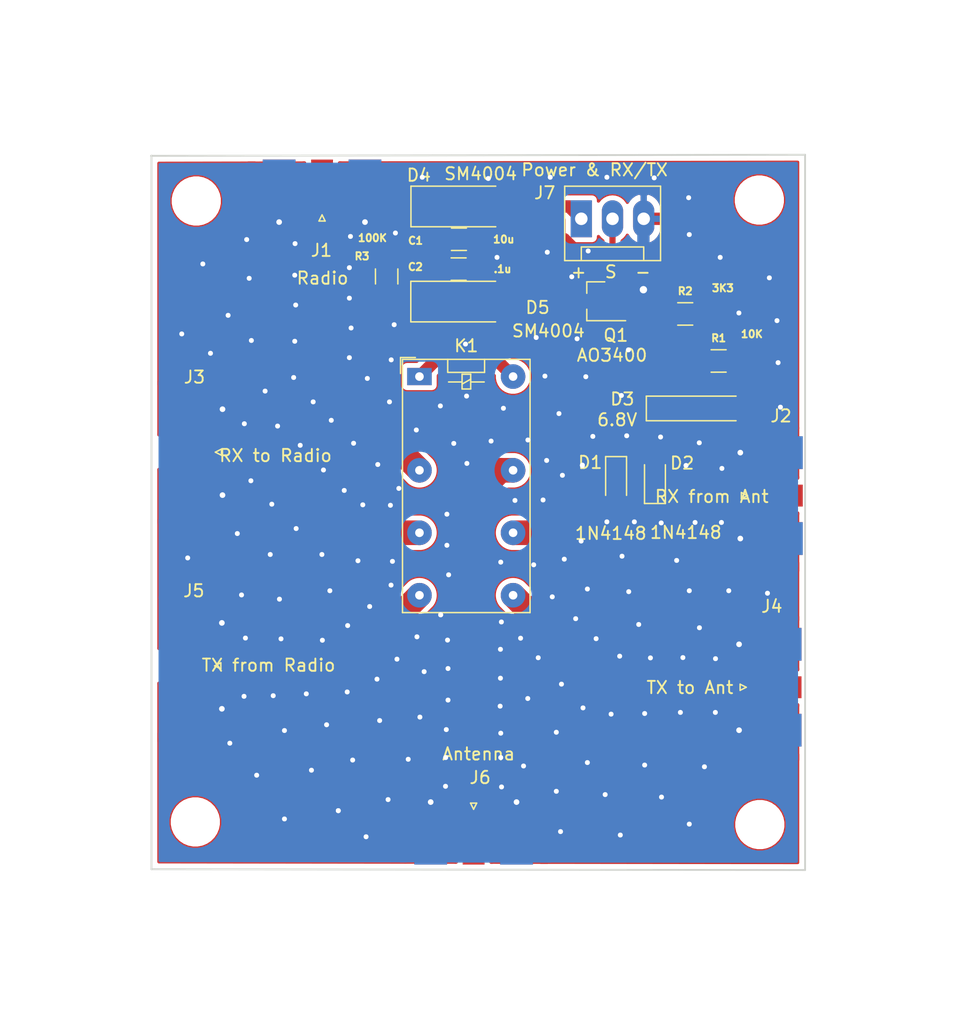
<source format=kicad_pcb>
(kicad_pcb (version 20171130) (host pcbnew "(5.1.12)-1")
  (layers (0 F.Cu signal) (31 B.Cu signal) (34 B.Paste user) (35 F.Paste user) (36 B.SilkS user) (37 F.SilkS user) (38 B.Mask user) (39 F.Mask user) (44 Edge.Cuts user))
  (net 0 "")
  (net 1 "Net-(D1-Pad2)")
  (net 2 GNDREF)
  (net 3 "Net-(D3-Pad1)")
  (net 4 /13V)
  (net 5 "Net-(D5-Pad2)")
  (net 6 "Net-(J1-Pad1)")
  (net 7 "Net-(J3-Pad1)")
  (net 8 "Net-(J4-Pad1)")
  (net 9 "Net-(J5-Pad1)")
  (net 10 "Net-(J6-Pad1)")
  (net 11 "Net-(J7-Pad2)")
  (net 12 "Net-(C1-Pad1)")
  (module Connector_Coaxial:SMA_Molex_73251-2120_EdgeMount_Horizontal (layer F.Cu) (at 198.7677 94.5007)
    (fp_text reference J4 (at -0.3175 -6.5786) (layer F.SilkS))
    (fp_text value "TX to Ant" (at -6.985 0.0254) (layer F.SilkS))
    (fp_line (start -2.4 0) (end -2.9 -0.25) (layer F.SilkS) (width 0.12))
    (fp_line (start -2.9 -0.25) (end -2.9 0.25) (layer F.SilkS) (width 0.12))
    (fp_line (start -2.9 0.25) (end -2.4 0) (layer F.SilkS) (width 0.12))
    (pad 2 smd rect (at -2.54 3.4925) (size 0.89 0.46) (layers B.Cu) (net 2 GNDREF))
    (pad 2 thru_hole circle (at -2.985 3.4925) (size 0.97 0.97) (drill 0.46) (layers *.Cu) (net 2 GNDREF))
    (pad 2 smd rect (at -2.54 3.4925) (size 0.89 0.46) (layers F.Cu) (net 2 GNDREF))
    (pad 2 smd rect (at 0 -3.4925) (size 4.19 2.665) (layers B.Cu B.Paste B.Mask) (net 2 GNDREF))
    (pad 2 smd rect (at 0 -3.4925) (size 4.19 2.665) (layers F.Cu F.Paste F.Mask) (net 2 GNDREF))
    (pad 2 smd rect (at 0 3.4925) (size 4.19 2.665) (layers B.Cu B.Paste B.Mask) (net 2 GNDREF))
    (pad 1 smd rect (at 0 0) (size 4.19 1.78) (layers F.Cu F.Paste F.Mask) (net 8 "Net-(J4-Pad1)"))
    (pad 2 smd rect (at 0 3.4925) (size 4.19 2.665) (layers F.Cu F.Paste F.Mask) (net 2 GNDREF))
    (pad 2 thru_hole circle (at -2.985 -3.4925) (size 0.97 0.97) (drill 0.46) (layers *.Cu) (net 2 GNDREF))
    (pad 2 smd rect (at -2.54 -3.4925) (size 0.89 0.46) (layers F.Cu) (net 2 GNDREF))
    (pad 2 smd rect (at -2.54 -3.4925) (size 0.89 0.46) (layers B.Cu) (net 2 GNDREF))
  )
  (module WC8C:SMD_Combo_1206_0805 (layer F.Cu) (at 167.1066 61.0997 270)
    (fp_text reference R3 (at -1.6383 2.0066 180) (layer F.SilkS) (effects (font (size 0.6 0.6))))
    (fp_text value 100K (at -3.1242 1.1557 180) (layer F.SilkS) (effects (font (size 0.6 0.6))))
    (fp_line (start -0.6096 0.9144) (end 0.6096 0.91) (layer F.SilkS) (width 0.12))
    (fp_line (start -0.6096 -0.91) (end 0.6096 -0.91) (layer F.SilkS) (width 0.12))
    (pad 1 smd roundrect (at -1.3625 0 270) (size 1.725 1.8) (layers F.Cu F.Paste F.Mask) (roundrect_rratio 0.189) (net 12 "Net-(C1-Pad1)"))
    (pad 2 smd roundrect (at 1.3625 0 270) (size 1.725 1.8) (layers F.Cu F.Paste F.Mask) (roundrect_rratio 0.189) (net 2 GNDREF))
  )
  (module WC8C:SMD_Combo_1206_0805 (layer F.Cu) (at 172.9613 60.5028)
    (fp_text reference C2 (at -3.5179 -0.1778) (layer F.SilkS) (effects (font (size 0.6 0.6))))
    (fp_text value .1u (at 3.5687 0) (layer F.SilkS) (effects (font (size 0.6 0.6))))
    (fp_line (start -0.6096 0.9144) (end 0.6096 0.91) (layer F.SilkS) (width 0.12))
    (fp_line (start -0.6096 -0.91) (end 0.6096 -0.91) (layer F.SilkS) (width 0.12))
    (pad 1 smd roundrect (at -1.3625 0) (size 1.725 1.8) (layers F.Cu F.Paste F.Mask) (roundrect_rratio 0.189) (net 12 "Net-(C1-Pad1)"))
    (pad 2 smd roundrect (at 1.3625 0) (size 1.725 1.8) (layers F.Cu F.Paste F.Mask) (roundrect_rratio 0.189) (net 2 GNDREF))
  )
  (module WC8C:SMD_Combo_1206_0805 (layer F.Cu) (at 172.9867 58.0771)
    (fp_text reference C1 (at -3.5306 0.1143) (layer F.SilkS) (effects (font (size 0.6 0.6))))
    (fp_text value 10u (at 3.6449 0.0127) (layer F.SilkS) (effects (font (size 0.6 0.6))))
    (fp_line (start -0.6096 0.9144) (end 0.6096 0.91) (layer F.SilkS) (width 0.12))
    (fp_line (start -0.6096 -0.91) (end 0.6096 -0.91) (layer F.SilkS) (width 0.12))
    (pad 1 smd roundrect (at -1.3625 0) (size 1.725 1.8) (layers F.Cu F.Paste F.Mask) (roundrect_rratio 0.189) (net 12 "Net-(C1-Pad1)"))
    (pad 2 smd roundrect (at 1.3625 0) (size 1.725 1.8) (layers F.Cu F.Paste F.Mask) (roundrect_rratio 0.189) (net 2 GNDREF))
  )
  (module MountingHole:MountingHole_3.2mm_M3 (layer F.Cu) (at 197.4723 105.664)
    (fp_text reference " " (at 0 -4.2) (layer F.SilkS))
    (fp_text value " ")
    (pad 1 np_thru_hole circle (at 0 0) (size 3.2 3.2) (drill 3.2) (layers *.Cu *.Mask))
  )
  (module MountingHole:MountingHole_3.2mm_M3 (layer F.Cu) (at 151.5364 105.4481)
    (fp_text reference " " (at 0 -4.2) (layer F.SilkS))
    (fp_text value " ")
    (pad 1 np_thru_hole circle (at 0 0) (size 3.2 3.2) (drill 3.2) (layers *.Cu *.Mask))
  )
  (module MountingHole:MountingHole_3.2mm_M3 (layer F.Cu) (at 197.4342 54.8894)
    (fp_text reference " " (at 0 -4.2) (layer F.SilkS))
    (fp_text value " ")
    (pad 1 np_thru_hole circle (at 0 0) (size 3.2 3.2) (drill 3.2) (layers *.Cu *.Mask))
  )
  (module MountingHole:MountingHole_3.2mm_M3 (layer F.Cu) (at 151.6126 54.9656)
    (fp_text reference " " (at 0 -4.2) (layer F.SilkS))
    (fp_text value " ")
    (pad 1 np_thru_hole circle (at 0 0) (size 3.2 3.2) (drill 3.2) (layers *.Cu *.Mask))
  )
  (module WC8C:SMD_Combo_1206_0805 (layer F.Cu) (at 191.4017 64.1477)
    (fp_text reference R2 (at 0 -1.85) (layer F.SilkS) (effects (font (size 0.6 0.6))))
    (fp_text value 3K3 (at 3.0607 -2.0955) (layer F.SilkS) (effects (font (size 0.6 0.6))))
    (fp_line (start -0.6096 -0.91) (end 0.6096 -0.91) (layer F.SilkS) (width 0.12))
    (fp_line (start -0.6096 0.9144) (end 0.6096 0.91) (layer F.SilkS) (width 0.12))
    (pad 1 smd roundrect (at -1.3625 0) (size 1.725 1.8) (layers F.Cu F.Paste F.Mask) (roundrect_rratio 0.189) (net 3 "Net-(D3-Pad1)"))
    (pad 2 smd roundrect (at 1.3625 0) (size 1.725 1.8) (layers F.Cu F.Paste F.Mask) (roundrect_rratio 0.189) (net 11 "Net-(J7-Pad2)"))
  )
  (module WC8C:SMD_Combo_1206_0805 (layer F.Cu) (at 194.1195 67.9704)
    (fp_text reference R1 (at 0 -1.85) (layer F.SilkS) (effects (font (size 0.6 0.6))))
    (fp_text value 10K (at 2.7051 -2.1844) (layer F.SilkS) (effects (font (size 0.6 0.6))))
    (fp_line (start -0.6096 -0.91) (end 0.6096 -0.91) (layer F.SilkS) (width 0.12))
    (fp_line (start -0.6096 0.9144) (end 0.6096 0.91) (layer F.SilkS) (width 0.12))
    (pad 1 smd roundrect (at -1.3625 0) (size 1.725 1.8) (layers F.Cu F.Paste F.Mask) (roundrect_rratio 0.189) (net 11 "Net-(J7-Pad2)"))
    (pad 2 smd roundrect (at 1.3625 0) (size 1.725 1.8) (layers F.Cu F.Paste F.Mask) (roundrect_rratio 0.189) (net 2 GNDREF))
  )
  (module Package_TO_SOT_SMD:SOT-23_Handsoldering (layer F.Cu) (at 184.15 63.119 180)
    (fp_text reference Q1 (at -1.6002 -2.7686) (layer F.SilkS))
    (fp_text value AO3400 (at -1.2954 -4.3942) (layer F.SilkS))
    (fp_line (start 0.76 1.58) (end 0.76 0.65) (layer F.SilkS) (width 0.12))
    (fp_line (start 0.76 -1.58) (end 0.76 -0.65) (layer F.SilkS) (width 0.12))
    (fp_line (start 0.76 -1.58) (end -2.4 -1.58) (layer F.SilkS) (width 0.12))
    (fp_line (start 0.76 1.58) (end -0.7 1.58) (layer F.SilkS) (width 0.12))
    (pad 3 smd rect (at 1.5 0 180) (size 1.9 0.8) (layers F.Cu F.Paste F.Mask) (net 5 "Net-(D5-Pad2)"))
    (pad 2 smd rect (at -1.5 0.95 180) (size 1.9 0.8) (layers F.Cu F.Paste F.Mask) (net 2 GNDREF))
    (pad 1 smd rect (at -1.5 -0.95 180) (size 1.9 0.8) (layers F.Cu F.Paste F.Mask) (net 3 "Net-(D3-Pad1)"))
  )
  (module Relay_THT:Relay_DPDT_Omron_G5V-2 (layer F.Cu) (at 169.7736 69.2404)
    (fp_text reference K1 (at 3.81 -2.5) (layer F.SilkS))
    (fp_text value FINDER-44.52)
    (fp_line (start -1.54 -1.55) (end -0.33 -1.55) (layer F.SilkS) (width 0.12))
    (fp_line (start -1.54 -0.25) (end -1.54 -1.55) (layer F.SilkS) (width 0.12))
    (fp_line (start -1.38 -1.4) (end -1.38 19.19) (layer F.SilkS) (width 0.12))
    (fp_line (start -1.38 19.19) (end 9 19.19) (layer F.SilkS) (width 0.12))
    (fp_line (start 9 19.19) (end 9 -1.4) (layer F.SilkS) (width 0.12))
    (fp_line (start 9 -1.4) (end -1.38 -1.4) (layer F.SilkS) (width 0.12))
    (fp_line (start 2.3 -1.4) (end 2.3 -0.36) (layer F.SilkS) (width 0.12))
    (fp_line (start 2.3 -0.34) (end 5.3 -0.34) (layer F.SilkS) (width 0.12))
    (fp_line (start 5.3 -0.34) (end 5.3 -1.4) (layer F.SilkS) (width 0.12))
    (fp_line (start 3.47 0.44) (end 2.37 0.44) (layer F.SilkS) (width 0.12))
    (fp_line (start 4.17 0.44) (end 5.27 0.44) (layer F.SilkS) (width 0.12))
    (fp_line (start 3.47 0.61) (end 4.17 0.21) (layer F.SilkS) (width 0.12))
    (fp_line (start 3.47 -0.19) (end 3.47 1.01) (layer F.SilkS) (width 0.12))
    (fp_line (start 3.47 1.01) (end 4.17 1.01) (layer F.SilkS) (width 0.12))
    (fp_line (start 4.17 1.01) (end 4.17 -0.19) (layer F.SilkS) (width 0.12))
    (fp_line (start 4.17 -0.19) (end 3.47 -0.19) (layer F.SilkS) (width 0.12))
    (pad 13 thru_hole circle (at 7.62 7.62) (size 2 2) (drill 0.7) (layers *.Cu *.Mask) (net 10 "Net-(J6-Pad1)"))
    (pad 9 thru_hole circle (at 7.62 17.78) (size 2 2) (drill 0.7) (layers *.Cu *.Mask) (net 8 "Net-(J4-Pad1)"))
    (pad 11 thru_hole circle (at 7.62 12.7) (size 2 2) (drill 0.7) (layers *.Cu *.Mask) (net 1 "Net-(D1-Pad2)"))
    (pad 4 thru_hole circle (at 0 7.62) (size 2 2) (drill 0.7) (layers *.Cu *.Mask) (net 6 "Net-(J1-Pad1)"))
    (pad 8 thru_hole circle (at 0 17.78) (size 2 2) (drill 0.7) (layers *.Cu *.Mask) (net 9 "Net-(J5-Pad1)"))
    (pad 6 thru_hole circle (at 0 12.7) (size 2 2) (drill 0.7) (layers *.Cu *.Mask) (net 7 "Net-(J3-Pad1)"))
    (pad 16 thru_hole circle (at 7.62 0) (size 2 2) (drill 0.7) (layers *.Cu *.Mask) (net 5 "Net-(D5-Pad2)"))
    (pad 1 thru_hole rect (at 0 0) (size 2 1.4) (drill 0.7) (layers *.Cu *.Mask) (net 12 "Net-(C1-Pad1)"))
  )
  (module Connector:FanPinHeader_1x03_P2.54mm_Vertical (layer F.Cu) (at 182.9435 56.4134)
    (fp_text reference J7 (at -2.9718 -2.1082) (layer F.SilkS))
    (fp_text value "Power & RX/TX" (at 1.0795 -3.9751) (layer F.SilkS))
    (fp_line (start -1.35 3.4) (end -1.35 -2.65) (layer F.SilkS) (width 0.12))
    (fp_line (start -1.35 -2.65) (end 6.45 -2.65) (layer F.SilkS) (width 0.12))
    (fp_line (start 6.45 -2.65) (end 6.45 3.4) (layer F.SilkS) (width 0.12))
    (fp_line (start 6.45 3.4) (end -1.35 3.4) (layer F.SilkS) (width 0.12))
    (fp_line (start 0 3.3) (end 0 2.29) (layer F.SilkS) (width 0.12))
    (fp_line (start 0 2.29) (end 5.08 2.29) (layer F.SilkS) (width 0.12))
    (fp_line (start 5.08 2.29) (end 5.08 3.3) (layer F.SilkS) (width 0.12))
    (pad 3 thru_hole oval (at 5.08 0 90) (size 3 1.73) (drill 1.02) (layers *.Cu *.Mask) (net 2 GNDREF))
    (pad 2 thru_hole oval (at 2.54 0 90) (size 3 1.73) (drill 1.02) (layers *.Cu *.Mask) (net 11 "Net-(J7-Pad2)"))
    (pad 1 thru_hole rect (at 0 0 90) (size 3 1.73) (drill 1.02) (layers *.Cu *.Mask) (net 4 /13V))
  )
  (module Connector_Coaxial:SMA_Molex_73251-2120_EdgeMount_Horizontal (layer F.Cu) (at 174.1805 106.8197 270)
    (fp_text reference J6 (at -4.9784 -0.5334 180) (layer F.SilkS))
    (fp_text value Antenna (at -6.8961 -0.4064 180) (layer F.SilkS))
    (fp_line (start -2.4 0) (end -2.9 -0.25) (layer F.SilkS) (width 0.12))
    (fp_line (start -2.9 -0.25) (end -2.9 0.25) (layer F.SilkS) (width 0.12))
    (fp_line (start -2.9 0.25) (end -2.4 0) (layer F.SilkS) (width 0.12))
    (pad 2 smd rect (at -2.54 3.4925 270) (size 0.89 0.46) (layers B.Cu) (net 2 GNDREF))
    (pad 2 thru_hole circle (at -2.985 3.4925 270) (size 0.97 0.97) (drill 0.46) (layers *.Cu) (net 2 GNDREF))
    (pad 2 smd rect (at -2.54 3.4925 270) (size 0.89 0.46) (layers F.Cu) (net 2 GNDREF))
    (pad 2 smd rect (at 0 -3.4925 270) (size 4.19 2.665) (layers B.Cu B.Paste B.Mask) (net 2 GNDREF))
    (pad 2 smd rect (at 0 -3.4925 270) (size 4.19 2.665) (layers F.Cu F.Paste F.Mask) (net 2 GNDREF))
    (pad 2 smd rect (at 0 3.4925 270) (size 4.19 2.665) (layers B.Cu B.Paste B.Mask) (net 2 GNDREF))
    (pad 1 smd rect (at 0 0 270) (size 4.19 1.78) (layers F.Cu F.Paste F.Mask) (net 10 "Net-(J6-Pad1)"))
    (pad 2 smd rect (at 0 3.4925 270) (size 4.19 2.665) (layers F.Cu F.Paste F.Mask) (net 2 GNDREF))
    (pad 2 thru_hole circle (at -2.985 -3.4925 270) (size 0.97 0.97) (drill 0.46) (layers *.Cu) (net 2 GNDREF))
    (pad 2 smd rect (at -2.54 -3.4925 270) (size 0.89 0.46) (layers F.Cu) (net 2 GNDREF))
    (pad 2 smd rect (at -2.54 -3.4925 270) (size 0.89 0.46) (layers B.Cu) (net 2 GNDREF))
  )
  (module Connector_Coaxial:SMA_Molex_73251-2120_EdgeMount_Horizontal (layer F.Cu) (at 150.7109 92.7608 180)
    (fp_text reference J5 (at -0.705 6.1) (layer F.SilkS))
    (fp_text value "TX from Radio" (at -6.7818 0.0508) (layer F.SilkS))
    (fp_line (start -2.4 0) (end -2.9 -0.25) (layer F.SilkS) (width 0.12))
    (fp_line (start -2.9 -0.25) (end -2.9 0.25) (layer F.SilkS) (width 0.12))
    (fp_line (start -2.9 0.25) (end -2.4 0) (layer F.SilkS) (width 0.12))
    (pad 2 smd rect (at -2.54 3.4925 180) (size 0.89 0.46) (layers B.Cu) (net 2 GNDREF))
    (pad 2 thru_hole circle (at -2.985 3.4925 180) (size 0.97 0.97) (drill 0.46) (layers *.Cu) (net 2 GNDREF))
    (pad 2 smd rect (at -2.54 3.4925 180) (size 0.89 0.46) (layers F.Cu) (net 2 GNDREF))
    (pad 2 smd rect (at 0 -3.4925 180) (size 4.19 2.665) (layers B.Cu B.Paste B.Mask) (net 2 GNDREF))
    (pad 2 smd rect (at 0 -3.4925 180) (size 4.19 2.665) (layers F.Cu F.Paste F.Mask) (net 2 GNDREF))
    (pad 2 smd rect (at 0 3.4925 180) (size 4.19 2.665) (layers B.Cu B.Paste B.Mask) (net 2 GNDREF))
    (pad 1 smd rect (at 0 0 180) (size 4.19 1.78) (layers F.Cu F.Paste F.Mask) (net 9 "Net-(J5-Pad1)"))
    (pad 2 smd rect (at 0 3.4925 180) (size 4.19 2.665) (layers F.Cu F.Paste F.Mask) (net 2 GNDREF))
    (pad 2 thru_hole circle (at -2.985 -3.4925 180) (size 0.97 0.97) (drill 0.46) (layers *.Cu) (net 2 GNDREF))
    (pad 2 smd rect (at -2.54 -3.4925 180) (size 0.89 0.46) (layers F.Cu) (net 2 GNDREF))
    (pad 2 smd rect (at -2.54 -3.4925 180) (size 0.89 0.46) (layers B.Cu) (net 2 GNDREF))
  )
  (module Connector_Coaxial:SMA_Molex_73251-2120_EdgeMount_Horizontal (layer F.Cu) (at 150.7617 75.3872 180)
    (fp_text reference J3 (at -0.705 6.1) (layer F.SilkS))
    (fp_text value "RX to Radio" (at -7.3025 -0.2794) (layer F.SilkS))
    (fp_line (start -2.4 0) (end -2.9 -0.25) (layer F.SilkS) (width 0.12))
    (fp_line (start -2.9 -0.25) (end -2.9 0.25) (layer F.SilkS) (width 0.12))
    (fp_line (start -2.9 0.25) (end -2.4 0) (layer F.SilkS) (width 0.12))
    (pad 2 smd rect (at -2.54 3.4925 180) (size 0.89 0.46) (layers B.Cu) (net 2 GNDREF))
    (pad 2 thru_hole circle (at -2.985 3.4925 180) (size 0.97 0.97) (drill 0.46) (layers *.Cu) (net 2 GNDREF))
    (pad 2 smd rect (at -2.54 3.4925 180) (size 0.89 0.46) (layers F.Cu) (net 2 GNDREF))
    (pad 2 smd rect (at 0 -3.4925 180) (size 4.19 2.665) (layers B.Cu B.Paste B.Mask) (net 2 GNDREF))
    (pad 2 smd rect (at 0 -3.4925 180) (size 4.19 2.665) (layers F.Cu F.Paste F.Mask) (net 2 GNDREF))
    (pad 2 smd rect (at 0 3.4925 180) (size 4.19 2.665) (layers B.Cu B.Paste B.Mask) (net 2 GNDREF))
    (pad 1 smd rect (at 0 0 180) (size 4.19 1.78) (layers F.Cu F.Paste F.Mask) (net 7 "Net-(J3-Pad1)"))
    (pad 2 smd rect (at 0 3.4925 180) (size 4.19 2.665) (layers F.Cu F.Paste F.Mask) (net 2 GNDREF))
    (pad 2 thru_hole circle (at -2.985 -3.4925 180) (size 0.97 0.97) (drill 0.46) (layers *.Cu) (net 2 GNDREF))
    (pad 2 smd rect (at -2.54 -3.4925 180) (size 0.89 0.46) (layers F.Cu) (net 2 GNDREF))
    (pad 2 smd rect (at -2.54 -3.4925 180) (size 0.89 0.46) (layers B.Cu) (net 2 GNDREF))
  )
  (module Connector_Coaxial:SMA_Molex_73251-2120_EdgeMount_Horizontal (layer F.Cu) (at 198.8693 78.9178)
    (fp_text reference J2 (at 0.3302 -6.477) (layer F.SilkS))
    (fp_text value "RX from Ant" (at -5.3086 0.0762) (layer F.SilkS))
    (fp_line (start -2.4 0) (end -2.9 -0.25) (layer F.SilkS) (width 0.12))
    (fp_line (start -2.9 -0.25) (end -2.9 0.25) (layer F.SilkS) (width 0.12))
    (fp_line (start -2.9 0.25) (end -2.4 0) (layer F.SilkS) (width 0.12))
    (pad 2 smd rect (at -2.54 3.4925) (size 0.89 0.46) (layers B.Cu) (net 2 GNDREF))
    (pad 2 thru_hole circle (at -2.985 3.4925) (size 0.97 0.97) (drill 0.46) (layers *.Cu) (net 2 GNDREF))
    (pad 2 smd rect (at -2.54 3.4925) (size 0.89 0.46) (layers F.Cu) (net 2 GNDREF))
    (pad 2 smd rect (at 0 -3.4925) (size 4.19 2.665) (layers B.Cu B.Paste B.Mask) (net 2 GNDREF))
    (pad 2 smd rect (at 0 -3.4925) (size 4.19 2.665) (layers F.Cu F.Paste F.Mask) (net 2 GNDREF))
    (pad 2 smd rect (at 0 3.4925) (size 4.19 2.665) (layers B.Cu B.Paste B.Mask) (net 2 GNDREF))
    (pad 1 smd rect (at 0 0) (size 4.19 1.78) (layers F.Cu F.Paste F.Mask) (net 1 "Net-(D1-Pad2)"))
    (pad 2 smd rect (at 0 3.4925) (size 4.19 2.665) (layers F.Cu F.Paste F.Mask) (net 2 GNDREF))
    (pad 2 thru_hole circle (at -2.985 -3.4925) (size 0.97 0.97) (drill 0.46) (layers *.Cu) (net 2 GNDREF))
    (pad 2 smd rect (at -2.54 -3.4925) (size 0.89 0.46) (layers F.Cu) (net 2 GNDREF))
    (pad 2 smd rect (at -2.54 -3.4925) (size 0.89 0.46) (layers B.Cu) (net 2 GNDREF))
  )
  (module Connector_Coaxial:SMA_Molex_73251-2120_EdgeMount_Horizontal (layer F.Cu) (at 161.8488 53.6956 90)
    (fp_text reference J1 (at -5.2832 -0.0508 180) (layer F.SilkS))
    (fp_text value Radio (at -7.5438 0.0381 180) (layer F.SilkS))
    (fp_line (start -2.4 0) (end -2.9 -0.25) (layer F.SilkS) (width 0.12))
    (fp_line (start -2.9 -0.25) (end -2.9 0.25) (layer F.SilkS) (width 0.12))
    (fp_line (start -2.9 0.25) (end -2.4 0) (layer F.SilkS) (width 0.12))
    (pad 2 smd rect (at -2.54 3.4925 90) (size 0.89 0.46) (layers B.Cu) (net 2 GNDREF))
    (pad 2 thru_hole circle (at -2.985 3.4925 90) (size 0.97 0.97) (drill 0.46) (layers *.Cu) (net 2 GNDREF))
    (pad 2 smd rect (at -2.54 3.4925 90) (size 0.89 0.46) (layers F.Cu) (net 2 GNDREF))
    (pad 2 smd rect (at 0 -3.4925 90) (size 4.19 2.665) (layers B.Cu B.Paste B.Mask) (net 2 GNDREF))
    (pad 2 smd rect (at 0 -3.4925 90) (size 4.19 2.665) (layers F.Cu F.Paste F.Mask) (net 2 GNDREF))
    (pad 2 smd rect (at 0 3.4925 90) (size 4.19 2.665) (layers B.Cu B.Paste B.Mask) (net 2 GNDREF))
    (pad 1 smd rect (at 0 0 90) (size 4.19 1.78) (layers F.Cu F.Paste F.Mask) (net 6 "Net-(J1-Pad1)"))
    (pad 2 smd rect (at 0 3.4925 90) (size 4.19 2.665) (layers F.Cu F.Paste F.Mask) (net 2 GNDREF))
    (pad 2 thru_hole circle (at -2.985 -3.4925 90) (size 0.97 0.97) (drill 0.46) (layers *.Cu) (net 2 GNDREF))
    (pad 2 smd rect (at -2.54 -3.4925 90) (size 0.89 0.46) (layers F.Cu) (net 2 GNDREF))
    (pad 2 smd rect (at -2.54 -3.4925 90) (size 0.89 0.46) (layers B.Cu) (net 2 GNDREF))
  )
  (module Diode_SMD:D_SMA_Handsoldering (layer F.Cu) (at 173.4693 63.1444)
    (fp_text reference D5 (at 5.9182 0.4826) (layer F.SilkS))
    (fp_text value SM4004 (at 6.7945 2.3876) (layer F.SilkS))
    (fp_line (start -4.4 -1.65) (end -4.4 1.65) (layer F.SilkS) (width 0.12))
    (fp_line (start -4.4 1.65) (end 2.5 1.65) (layer F.SilkS) (width 0.12))
    (fp_line (start -4.4 -1.65) (end 2.5 -1.65) (layer F.SilkS) (width 0.12))
    (pad 2 smd rect (at 2.5 0) (size 3.5 1.8) (layers F.Cu F.Paste F.Mask) (net 5 "Net-(D5-Pad2)"))
    (pad 1 smd rect (at -2.5 0) (size 3.5 1.8) (layers F.Cu F.Paste F.Mask) (net 12 "Net-(C1-Pad1)"))
  )
  (module Diode_SMD:D_SMA_Handsoldering (layer F.Cu) (at 173.482 55.4101)
    (fp_text reference D4 (at -3.7592 -2.54) (layer F.SilkS))
    (fp_text value SM4004 (at 1.27 -2.6543) (layer F.SilkS))
    (fp_line (start -4.4 -1.65) (end -4.4 1.65) (layer F.SilkS) (width 0.12))
    (fp_line (start -4.4 1.65) (end 2.5 1.65) (layer F.SilkS) (width 0.12))
    (fp_line (start -4.4 -1.65) (end 2.5 -1.65) (layer F.SilkS) (width 0.12))
    (pad 2 smd rect (at 2.5 0) (size 3.5 1.8) (layers F.Cu F.Paste F.Mask) (net 4 /13V))
    (pad 1 smd rect (at -2.5 0) (size 3.5 1.8) (layers F.Cu F.Paste F.Mask) (net 12 "Net-(C1-Pad1)"))
  )
  (module Diode_SMD:D_MiniMELF_Handsoldering (layer F.Cu) (at 192.786 71.8312)
    (fp_text reference D3 (at -6.5024 -0.762) (layer F.SilkS))
    (fp_text value 6.8V (at -6.9215 0.9271) (layer F.SilkS))
    (fp_line (start 2.75 -1) (end -4.55 -1) (layer F.SilkS) (width 0.12))
    (fp_line (start -4.55 -1) (end -4.55 1) (layer F.SilkS) (width 0.12))
    (fp_line (start -4.55 1) (end 2.75 1) (layer F.SilkS) (width 0.12))
    (pad 2 smd rect (at 2.75 0) (size 3.3 1.7) (layers F.Cu F.Paste F.Mask) (net 2 GNDREF))
    (pad 1 smd rect (at -2.75 0) (size 3.3 1.7) (layers F.Cu F.Paste F.Mask) (net 3 "Net-(D3-Pad1)"))
  )
  (module Diode_SMD:D_SOD-323_HandSoldering (layer F.Cu) (at 188.9379 77.6605 90)
    (fp_text reference D2 (at 1.3843 2.2098 180) (layer F.SilkS))
    (fp_text value 1N4148 (at -4.3307 -3.5941 180) (layer F.SilkS))
    (fp_line (start -1.9 -0.85) (end -1.9 0.85) (layer F.SilkS) (width 0.12))
    (fp_line (start -1.9 0.85) (end 1.25 0.85) (layer F.SilkS) (width 0.12))
    (fp_line (start -1.9 -0.85) (end 1.25 -0.85) (layer F.SilkS) (width 0.12))
    (pad 2 smd rect (at 1.25 0 90) (size 1 1) (layers F.Cu F.Paste F.Mask) (net 2 GNDREF))
    (pad 1 smd rect (at -1.25 0 90) (size 1 1) (layers F.Cu F.Paste F.Mask) (net 1 "Net-(D1-Pad2)"))
  )
  (module Diode_SMD:D_SOD-323_HandSoldering (layer F.Cu) (at 185.7756 77.6478 270)
    (fp_text reference D1 (at -1.4224 2.1082 180) (layer F.SilkS))
    (fp_text value 1N4148 (at 4.2672 -5.6769 180) (layer F.SilkS))
    (fp_line (start -1.9 -0.85) (end -1.9 0.85) (layer F.SilkS) (width 0.12))
    (fp_line (start -1.9 0.85) (end 1.25 0.85) (layer F.SilkS) (width 0.12))
    (fp_line (start -1.9 -0.85) (end 1.25 -0.85) (layer F.SilkS) (width 0.12))
    (pad 2 smd rect (at 1.25 0 270) (size 1 1) (layers F.Cu F.Paste F.Mask) (net 1 "Net-(D1-Pad2)"))
    (pad 1 smd rect (at -1.25 0 270) (size 1 1) (layers F.Cu F.Paste F.Mask) (net 2 GNDREF))
  )
  (gr_line (start 201.1553 51.2064) (end 201.1553 109.3597) (layer Edge.Cuts) (width 0.15))
  (gr_text "+  S  -" (at 185.3438 60.7314) (layer F.SilkS) (effects (font (size 1 1))))
  (gr_line (start 147.9677 109.2962) (end 147.9677 51.2826) (layer Edge.Cuts) (width 0.15))
  (gr_line (start 201.1553 109.3597) (end 147.9677 109.2962) (layer Edge.Cuts) (width 0.15))
  (gr_line (start 147.9296 51.2953) (end 201.1553 51.2064) (layer Edge.Cuts) (width 0.15))
  (segment (start 188.9252 78.8978) (end 188.9379 78.9105) (width 1) (layer F.Cu) (net 1))
  (segment (start 185.7321 78.8543) (end 185.7756 78.8978) (width 1) (layer F.Cu) (net 1))
  (segment (start 188.9452 78.9178) (end 188.9379 78.9105) (width 2) (layer F.Cu) (net 1))
  (segment (start 198.8693 78.9178) (end 188.9452 78.9178) (width 2) (layer F.Cu) (net 1))
  (segment (start 185.7883 78.9105) (end 185.7756 78.8978) (width 2) (layer F.Cu) (net 1))
  (segment (start 188.9379 78.9105) (end 185.7883 78.9105) (width 2) (layer F.Cu) (net 1))
  (segment (start 185.7756 78.8978) (end 183.2937 78.8978) (width 2) (layer F.Cu) (net 1))
  (segment (start 180.2511 81.9404) (end 177.3936 81.9404) (width 2) (layer F.Cu) (net 1))
  (segment (start 183.2937 78.8978) (end 180.2511 81.9404) (width 2) (layer F.Cu) (net 1))
  (segment (start 198.9909 81.9966) (end 199.009 81.9785) (width 1) (layer F.Cu) (net 2))
  (via (at 187.9981 62.1792) (size 1) (drill 0.6) (layers F.Cu B.Cu) (net 2))
  (segment (start 188.9252 76.3978) (end 188.9379 76.4105) (width 1) (layer F.Cu) (net 2))
  (segment (start 185.7756 76.3978) (end 188.9252 76.3978) (width 2) (layer F.Cu) (net 2))
  (segment (start 150.7617 71.8947) (end 153.7467 71.8947) (width 0.5) (layer B.Cu) (net 2))
  (segment (start 150.7617 78.8797) (end 153.7467 78.8797) (width 0.5) (layer B.Cu) (net 2))
  (segment (start 153.7467 71.8947) (end 153.7467 78.8797) (width 0.5) (layer B.Cu) (net 2))
  (segment (start 150.7109 89.2683) (end 153.6959 89.2683) (width 0.5) (layer B.Cu) (net 2))
  (segment (start 150.4315 102.8827) (end 153.4165 102.8827) (width 0.5) (layer B.Cu) (net 2))
  (segment (start 170.688 103.8347) (end 170.688 106.8197) (width 0.5) (layer B.Cu) (net 2))
  (segment (start 177.673 104.2797) (end 177.673 106.8197) (width 0.5) (layer B.Cu) (net 2))
  (segment (start 177.673 103.8347) (end 170.688 103.8347) (width 0.5) (layer B.Cu) (net 2))
  (segment (start 153.7467 89.2175) (end 153.6959 89.2683) (width 1) (layer F.Cu) (net 2))
  (segment (start 153.7467 78.8797) (end 153.7467 89.2175) (width 1) (layer F.Cu) (net 2))
  (segment (start 165.3413 56.2356) (end 165.3413 53.6956) (width 0.5) (layer B.Cu) (net 2))
  (segment (start 158.3563 56.6806) (end 158.3563 53.6956) (width 0.5) (layer B.Cu) (net 2))
  (segment (start 158.3563 56.6806) (end 165.3413 56.6806) (width 0.5) (layer B.Cu) (net 2))
  (segment (start 187.9981 62.1792) (end 185.6602 62.1792) (width 0.8) (layer F.Cu) (net 2))
  (segment (start 187.9981 62.1792) (end 187.9981 56.4388) (width 1) (layer B.Cu) (net 2))
  (segment (start 195.482 62.0069) (end 195.482 67.9704) (width 1) (layer F.Cu) (net 2))
  (segment (start 189.8885 56.4134) (end 195.482 62.0069) (width 1) (layer F.Cu) (net 2))
  (segment (start 188.0235 56.4134) (end 189.8885 56.4134) (width 1) (layer F.Cu) (net 2))
  (segment (start 195.482 71.7772) (end 195.536 71.8312) (width 1) (layer F.Cu) (net 2))
  (segment (start 195.482 67.9704) (end 195.482 71.7772) (width 1) (layer F.Cu) (net 2))
  (segment (start 195.536 75.077) (end 195.8843 75.4253) (width 1) (layer F.Cu) (net 2))
  (segment (start 195.536 71.8312) (end 195.536 75.077) (width 1) (layer F.Cu) (net 2))
  (segment (start 194.8991 76.4105) (end 195.8843 75.4253) (width 1) (layer F.Cu) (net 2))
  (segment (start 188.9379 76.4105) (end 194.8991 76.4105) (width 1) (layer F.Cu) (net 2))
  (segment (start 195.8843 75.4253) (end 195.8843 82.4103) (width 0.5) (layer B.Cu) (net 2))
  (segment (start 183.5145 97.9932) (end 177.673 103.8347) (width 1) (layer F.Cu) (net 2))
  (segment (start 163.1066 96.2533) (end 170.688 103.8347) (width 1) (layer F.Cu) (net 2))
  (segment (start 153.6959 96.2533) (end 163.1066 96.2533) (width 1) (layer F.Cu) (net 2))
  (segment (start 158.3563 67.2851) (end 153.7467 71.8947) (width 1) (layer F.Cu) (net 2))
  (segment (start 158.3563 56.6806) (end 158.3563 67.2851) (width 1) (layer F.Cu) (net 2))
  (via (at 198.247 61.214) (size 0.8) (drill 0.4) (layers F.Cu B.Cu) (net 2))
  (via (at 191.6811 54.6989) (size 0.8) (drill 0.4) (layers F.Cu B.Cu) (net 2))
  (via (at 191.7319 57.6961) (size 0.8) (drill 0.4) (layers F.Cu B.Cu) (net 2))
  (via (at 194.2465 59.5503) (size 0.8) (drill 0.4) (layers F.Cu B.Cu) (net 2))
  (via (at 195.7705 64.0715) (size 0.8) (drill 0.4) (layers F.Cu B.Cu) (net 2))
  (via (at 198.8693 64.6938) (size 0.8) (drill 0.4) (layers F.Cu B.Cu) (net 2))
  (via (at 198.9582 68.1101) (size 0.8) (drill 0.4) (layers F.Cu B.Cu) (net 2))
  (via (at 199.1487 71.7296) (size 0.8) (drill 0.4) (layers F.Cu B.Cu) (net 2))
  (via (at 194.3862 76.708) (size 0.8) (drill 0.4) (layers F.Cu B.Cu) (net 2))
  (via (at 191.4652 76.4667) (size 0.8) (drill 0.4) (layers F.Cu B.Cu) (net 2))
  (via (at 192.5447 74.6252) (size 0.8) (drill 0.4) (layers F.Cu B.Cu) (net 2))
  (via (at 189.3951 74.1553) (size 0.8) (drill 0.4) (layers F.Cu B.Cu) (net 2))
  (via (at 186.6392 74.0537) (size 0.8) (drill 0.4) (layers F.Cu B.Cu) (net 2))
  (via (at 183.8833 74.1045) (size 0.8) (drill 0.4) (layers F.Cu B.Cu) (net 2))
  (via (at 183.0324 76.4794) (size 0.8) (drill 0.4) (layers F.Cu B.Cu) (net 2))
  (via (at 183.0324 76.4413) (size 0.8) (drill 0.4) (layers F.Cu B.Cu) (net 2))
  (via (at 181.4068 77.2668) (size 0.8) (drill 0.4) (layers F.Cu B.Cu) (net 2))
  (via (at 179.832 79.2734) (size 0.8) (drill 0.4) (layers F.Cu B.Cu) (net 2))
  (via (at 179.07 84.5439) (size 0.8) (drill 0.4) (layers F.Cu B.Cu) (net 2))
  (via (at 181.5592 84.0867) (size 0.8) (drill 0.4) (layers F.Cu B.Cu) (net 2))
  (via (at 182.9308 82.6135) (size 0.8) (drill 0.4) (layers F.Cu B.Cu) (net 2))
  (via (at 185.0263 81.0514) (size 0.8) (drill 0.4) (layers F.Cu B.Cu) (net 2))
  (via (at 187.2615 81.0514) (size 0.8) (drill 0.4) (layers F.Cu B.Cu) (net 2))
  (via (at 189.4459 81.1403) (size 0.8) (drill 0.4) (layers F.Cu B.Cu) (net 2))
  (via (at 192.2018 81.1022) (size 0.8) (drill 0.4) (layers F.Cu B.Cu) (net 2))
  (via (at 194.3481 81.1022) (size 0.8) (drill 0.4) (layers F.Cu B.Cu) (net 2))
  (via (at 186.2074 70.7771) (size 0.8) (drill 0.4) (layers F.Cu B.Cu) (net 2))
  (via (at 186.7789 67.0687) (size 0.8) (drill 0.4) (layers F.Cu B.Cu) (net 2))
  (via (at 182.6006 66.167) (size 0.8) (drill 0.4) (layers F.Cu B.Cu) (net 2))
  (via (at 179.2732 66.0654) (size 0.8) (drill 0.4) (layers F.Cu B.Cu) (net 2))
  (via (at 176.0855 59.5503) (size 0.8) (drill 0.4) (layers F.Cu B.Cu) (net 2))
  (via (at 180.1749 59.1312) (size 0.8) (drill 0.4) (layers F.Cu B.Cu) (net 2))
  (via (at 182.1688 61.1251) (size 0.8) (drill 0.4) (layers F.Cu B.Cu) (net 2))
  (via (at 183.5023 59.0296) (size 0.8) (drill 0.4) (layers F.Cu B.Cu) (net 2))
  (via (at 188.8744 53.086) (size 0.8) (drill 0.4) (layers F.Cu B.Cu) (net 2))
  (via (at 185.0263 53.0352) (size 0.8) (drill 0.4) (layers F.Cu B.Cu) (net 2))
  (via (at 180.4162 53.0352) (size 0.8) (drill 0.4) (layers F.Cu B.Cu) (net 2))
  (via (at 175.3743 53.1368) (size 0.8) (drill 0.4) (layers F.Cu B.Cu) (net 2))
  (via (at 170.0022 53.0352) (size 0.8) (drill 0.4) (layers F.Cu B.Cu) (net 2))
  (via (at 167.8178 57.5691) (size 0.8) (drill 0.4) (layers F.Cu B.Cu) (net 2))
  (via (at 167.7162 65.024) (size 0.8) (drill 0.4) (layers F.Cu B.Cu) (net 2))
  (via (at 167.4749 67.8815) (size 0.8) (drill 0.4) (layers F.Cu B.Cu) (net 2))
  (via (at 165.5318 69.3928) (size 0.8) (drill 0.4) (layers F.Cu B.Cu) (net 2))
  (via (at 164.0713 67.7037) (size 0.8) (drill 0.4) (layers F.Cu B.Cu) (net 2))
  (via (at 164.211 65.2907) (size 0.8) (drill 0.4) (layers F.Cu B.Cu) (net 2))
  (via (at 164.0713 62.865) (size 0.8) (drill 0.4) (layers F.Cu B.Cu) (net 2))
  (via (at 164.0713 60.3885) (size 0.8) (drill 0.4) (layers F.Cu B.Cu) (net 2))
  (via (at 164.1602 57.8485) (size 0.8) (drill 0.4) (layers F.Cu B.Cu) (net 2))
  (via (at 159.6517 58.4327) (size 0.8) (drill 0.4) (layers F.Cu B.Cu) (net 2))
  (via (at 159.6263 60.9981) (size 0.8) (drill 0.4) (layers F.Cu B.Cu) (net 2))
  (via (at 159.7025 63.4238) (size 0.8) (drill 0.4) (layers F.Cu B.Cu) (net 2))
  (via (at 159.6263 66.3702) (size 0.8) (drill 0.4) (layers F.Cu B.Cu) (net 2))
  (via (at 159.5374 69.3166) (size 0.8) (drill 0.4) (layers F.Cu B.Cu) (net 2))
  (via (at 161.1249 71.2978) (size 0.8) (drill 0.4) (layers F.Cu B.Cu) (net 2))
  (via (at 162.5981 72.7964) (size 0.8) (drill 0.4) (layers F.Cu B.Cu) (net 2))
  (via (at 164.4142 74.6633) (size 0.8) (drill 0.4) (layers F.Cu B.Cu) (net 2))
  (via (at 166.3827 76.3905) (size 0.8) (drill 0.4) (layers F.Cu B.Cu) (net 2))
  (via (at 168.0972 78.3336) (size 0.8) (drill 0.4) (layers F.Cu B.Cu) (net 2))
  (via (at 167.3352 71.2978) (size 0.8) (drill 0.4) (layers F.Cu B.Cu) (net 2))
  (via (at 169.5196 73.5838) (size 0.8) (drill 0.4) (layers F.Cu B.Cu) (net 2))
  (via (at 172.5676 74.676) (size 0.8) (drill 0.4) (layers F.Cu B.Cu) (net 2))
  (via (at 175.6029 74.4855) (size 0.8) (drill 0.4) (layers F.Cu B.Cu) (net 2))
  (via (at 178.6001 74.3966) (size 0.8) (drill 0.4) (layers F.Cu B.Cu) (net 2))
  (via (at 180.1241 76.0603) (size 0.8) (drill 0.4) (layers F.Cu B.Cu) (net 2))
  (via (at 181.1274 72.2503) (size 0.8) (drill 0.4) (layers F.Cu B.Cu) (net 2))
  (via (at 183.3118 69.2531) (size 0.8) (drill 0.4) (layers F.Cu B.Cu) (net 2))
  (via (at 179.9844 69.2023) (size 0.8) (drill 0.4) (layers F.Cu B.Cu) (net 2))
  (via (at 176.6062 71.8185) (size 0.8) (drill 0.4) (layers F.Cu B.Cu) (net 2))
  (via (at 171.4754 71.628) (size 0.8) (drill 0.4) (layers F.Cu B.Cu) (net 2))
  (via (at 173.5201 66.5988) (size 0.8) (drill 0.4) (layers F.Cu B.Cu) (net 2))
  (via (at 173.609 70.8279) (size 0.8) (drill 0.4) (layers F.Cu B.Cu) (net 2))
  (via (at 155.5242 73.0758) (size 0.8) (drill 0.4) (layers F.Cu B.Cu) (net 2))
  (via (at 158.2293 73.2663) (size 0.8) (drill 0.4) (layers F.Cu B.Cu) (net 2))
  (via (at 160.0708 74.8284) (size 0.8) (drill 0.4) (layers F.Cu B.Cu) (net 2))
  (via (at 161.9631 76.835) (size 0.8) (drill 0.4) (layers F.Cu B.Cu) (net 2))
  (via (at 163.6522 78.4987) (size 0.8) (drill 0.4) (layers F.Cu B.Cu) (net 2))
  (via (at 165.1635 79.6671) (size 0.8) (drill 0.4) (layers F.Cu B.Cu) (net 2))
  (via (at 167.4114 79.7052) (size 0.8) (drill 0.4) (layers F.Cu B.Cu) (net 2))
  (via (at 167.5765 84.2645) (size 0.8) (drill 0.4) (layers F.Cu B.Cu) (net 2))
  (via (at 164.7698 84.2137) (size 0.8) (drill 0.4) (layers F.Cu B.Cu) (net 2))
  (via (at 161.8361 83.7057) (size 0.8) (drill 0.4) (layers F.Cu B.Cu) (net 2))
  (via (at 159.7406 81.5975) (size 0.8) (drill 0.4) (layers F.Cu B.Cu) (net 2))
  (via (at 157.7594 79.6163) (size 0.8) (drill 0.4) (layers F.Cu B.Cu) (net 2))
  (via (at 156.0576 77.7113) (size 0.8) (drill 0.4) (layers F.Cu B.Cu) (net 2))
  (via (at 167.4622 86.1949) (size 0.8) (drill 0.4) (layers F.Cu B.Cu) (net 2))
  (via (at 165.7223 87.9348) (size 0.8) (drill 0.4) (layers F.Cu B.Cu) (net 2))
  (via (at 163.9316 89.4842) (size 0.8) (drill 0.4) (layers F.Cu B.Cu) (net 2))
  (via (at 161.8742 90.678) (size 0.8) (drill 0.4) (layers F.Cu B.Cu) (net 2))
  (via (at 158.5087 90.5637) (size 0.8) (drill 0.4) (layers F.Cu B.Cu) (net 2))
  (via (at 155.6131 90.5002) (size 0.8) (drill 0.4) (layers F.Cu B.Cu) (net 2))
  (via (at 155.4988 95.2373) (size 0.8) (drill 0.4) (layers F.Cu B.Cu) (net 2))
  (via (at 157.8737 95.1865) (size 0.8) (drill 0.4) (layers F.Cu B.Cu) (net 2))
  (via (at 160.5661 95.0341) (size 0.8) (drill 0.4) (layers F.Cu B.Cu) (net 2))
  (via (at 163.8935 94.8817) (size 0.8) (drill 0.4) (layers F.Cu B.Cu) (net 2))
  (via (at 166.3192 93.8403) (size 0.8) (drill 0.4) (layers F.Cu B.Cu) (net 2))
  (via (at 167.9448 92.2147) (size 0.8) (drill 0.4) (layers F.Cu B.Cu) (net 2))
  (via (at 169.5704 90.3986) (size 0.8) (drill 0.4) (layers F.Cu B.Cu) (net 2))
  (via (at 171.5008 88.6079) (size 0.8) (drill 0.4) (layers F.Cu B.Cu) (net 2))
  (via (at 171.5008 88.6079) (size 0.8) (drill 0.4) (layers F.Cu B.Cu) (net 2))
  (via (at 172.0596 90.6653) (size 0.8) (drill 0.4) (layers F.Cu B.Cu) (net 2))
  (via (at 172.0977 92.9767) (size 0.8) (drill 0.4) (layers F.Cu B.Cu) (net 2))
  (via (at 172.0977 95.5421) (size 0.8) (drill 0.4) (layers F.Cu B.Cu) (net 2))
  (via (at 171.958 97.9424) (size 0.8) (drill 0.4) (layers F.Cu B.Cu) (net 2))
  (via (at 171.9072 100.2157) (size 0.8) (drill 0.4) (layers F.Cu B.Cu) (net 2))
  (via (at 171.8945 102.5525) (size 0.8) (drill 0.4) (layers F.Cu B.Cu) (net 2))
  (via (at 176.4538 102.6033) (size 0.8) (drill 0.4) (layers F.Cu B.Cu) (net 2))
  (via (at 176.3903 100.2157) (size 0.8) (drill 0.4) (layers F.Cu B.Cu) (net 2))
  (via (at 176.3903 98.2345) (size 0.8) (drill 0.4) (layers F.Cu B.Cu) (net 2))
  (via (at 176.3395 96.0374) (size 0.8) (drill 0.4) (layers F.Cu B.Cu) (net 2))
  (via (at 176.3649 93.7641) (size 0.8) (drill 0.4) (layers F.Cu B.Cu) (net 2))
  (via (at 176.3649 91.4146) (size 0.8) (drill 0.4) (layers F.Cu B.Cu) (net 2))
  (via (at 176.4411 89.1921) (size 0.8) (drill 0.4) (layers F.Cu B.Cu) (net 2))
  (via (at 178.0032 90.5129) (size 0.8) (drill 0.4) (layers F.Cu B.Cu) (net 2))
  (via (at 179.4383 92.1004) (size 0.8) (drill 0.4) (layers F.Cu B.Cu) (net 2))
  (via (at 181.3306 94.2467) (size 0.8) (drill 0.4) (layers F.Cu B.Cu) (net 2))
  (via (at 183.0832 96.1771) (size 0.8) (drill 0.4) (layers F.Cu B.Cu) (net 2))
  (via (at 185.3692 96.6851) (size 0.8) (drill 0.4) (layers F.Cu B.Cu) (net 2))
  (via (at 188.0997 96.6343) (size 0.8) (drill 0.4) (layers F.Cu B.Cu) (net 2))
  (via (at 191.008 96.5454) (size 0.8) (drill 0.4) (layers F.Cu B.Cu) (net 2))
  (via (at 191.2112 92.0877) (size 0.8) (drill 0.4) (layers F.Cu B.Cu) (net 2))
  (via (at 188.5696 92.1131) (size 0.8) (drill 0.4) (layers F.Cu B.Cu) (net 2))
  (via (at 186.0677 91.9734) (size 0.8) (drill 0.4) (layers F.Cu B.Cu) (net 2))
  (via (at 184.15 90.551) (size 0.8) (drill 0.4) (layers F.Cu B.Cu) (net 2))
  (via (at 182.4863 88.9254) (size 0.8) (drill 0.4) (layers F.Cu B.Cu) (net 2))
  (via (at 180.5813 87.1474) (size 0.8) (drill 0.4) (layers F.Cu B.Cu) (net 2))
  (via (at 178.5874 95.4151) (size 0.8) (drill 0.4) (layers F.Cu B.Cu) (net 2))
  (via (at 178.2445 100.9015) (size 0.8) (drill 0.4) (layers F.Cu B.Cu) (net 2))
  (via (at 180.9115 102.9589) (size 0.8) (drill 0.4) (layers F.Cu B.Cu) (net 2))
  (via (at 181.2544 106.2355) (size 0.8) (drill 0.4) (layers F.Cu B.Cu) (net 2))
  (via (at 180.9115 98.1583) (size 0.8) (drill 0.4) (layers F.Cu B.Cu) (net 2))
  (via (at 183.4388 100.6221) (size 0.8) (drill 0.4) (layers F.Cu B.Cu) (net 2))
  (via (at 188.0997 100.8253) (size 0.8) (drill 0.4) (layers F.Cu B.Cu) (net 2))
  (via (at 192.9638 100.965) (size 0.8) (drill 0.4) (layers F.Cu B.Cu) (net 2))
  (via (at 191.7319 105.6259) (size 0.8) (drill 0.4) (layers F.Cu B.Cu) (net 2))
  (via (at 186.1185 106.5149) (size 0.8) (drill 0.4) (layers F.Cu B.Cu) (net 2))
  (via (at 189.4713 103.4288) (size 0.8) (drill 0.4) (layers F.Cu B.Cu) (net 2))
  (via (at 184.8866 103.2256) (size 0.8) (drill 0.4) (layers F.Cu B.Cu) (net 2))
  (via (at 170.1546 93.2307) (size 0.8) (drill 0.4) (layers F.Cu B.Cu) (net 2))
  (via (at 169.8117 96.9264) (size 0.8) (drill 0.4) (layers F.Cu B.Cu) (net 2))
  (via (at 166.5351 97.2058) (size 0.8) (drill 0.4) (layers F.Cu B.Cu) (net 2))
  (via (at 168.8592 100.3554) (size 0.8) (drill 0.4) (layers F.Cu B.Cu) (net 2))
  (via (at 167.2209 103.632) (size 0.8) (drill 0.4) (layers F.Cu B.Cu) (net 2))
  (via (at 164.338 100.4189) (size 0.8) (drill 0.4) (layers F.Cu B.Cu) (net 2))
  (via (at 162.2171 97.5487) (size 0.8) (drill 0.4) (layers F.Cu B.Cu) (net 2))
  (via (at 158.7881 98.0186) (size 0.8) (drill 0.4) (layers F.Cu B.Cu) (net 2))
  (via (at 154.3431 99.0473) (size 0.8) (drill 0.4) (layers F.Cu B.Cu) (net 2))
  (via (at 156.5275 101.6508) (size 0.8) (drill 0.4) (layers F.Cu B.Cu) (net 2))
  (via (at 160.9852 101.2444) (size 0.8) (drill 0.4) (layers F.Cu B.Cu) (net 2))
  (via (at 158.7881 105.2068) (size 0.8) (drill 0.4) (layers F.Cu B.Cu) (net 2))
  (via (at 163.1696 104.5337) (size 0.8) (drill 0.4) (layers F.Cu B.Cu) (net 2))
  (via (at 163.1696 104.5337) (size 0.8) (drill 0.4) (layers F.Cu B.Cu) (net 2))
  (via (at 165.4302 106.6546) (size 0.8) (drill 0.4) (layers F.Cu B.Cu) (net 2))
  (via (at 198.0946 86.8553) (size 0.8) (drill 0.4) (layers F.Cu B.Cu) (net 2))
  (via (at 194.945 86.6521) (size 0.8) (drill 0.4) (layers F.Cu B.Cu) (net 2))
  (via (at 191.7319 86.6521) (size 0.8) (drill 0.4) (layers F.Cu B.Cu) (net 2))
  (via (at 186.8043 86.7283) (size 0.8) (drill 0.4) (layers F.Cu B.Cu) (net 2))
  (via (at 183.4388 86.5124) (size 0.8) (drill 0.4) (layers F.Cu B.Cu) (net 2))
  (via (at 186.2582 83.8454) (size 0.8) (drill 0.4) (layers F.Cu B.Cu) (net 2))
  (via (at 190.7032 84.1883) (size 0.8) (drill 0.4) (layers F.Cu B.Cu) (net 2))
  (via (at 187.6171 89.3953) (size 0.8) (drill 0.4) (layers F.Cu B.Cu) (net 2))
  (via (at 192.5574 89.662) (size 0.8) (drill 0.4) (layers F.Cu B.Cu) (net 2))
  (via (at 162.4838 86.6521) (size 0.8) (drill 0.4) (layers F.Cu B.Cu) (net 2))
  (via (at 158.3817 87.3379) (size 0.8) (drill 0.4) (layers F.Cu B.Cu) (net 2))
  (via (at 157.6324 83.7057) (size 0.8) (drill 0.4) (layers F.Cu B.Cu) (net 2))
  (via (at 154.9527 82.0039) (size 0.8) (drill 0.4) (layers F.Cu B.Cu) (net 2))
  (via (at 155.2956 86.995) (size 0.8) (drill 0.4) (layers F.Cu B.Cu) (net 2))
  (via (at 150.9141 83.9851) (size 0.8) (drill 0.4) (layers F.Cu B.Cu) (net 2))
  (via (at 157.2133 70.4215) (size 0.8) (drill 0.4) (layers F.Cu B.Cu) (net 2))
  (via (at 156.0957 66.3067) (size 0.8) (drill 0.4) (layers F.Cu B.Cu) (net 2))
  (via (at 152.7683 67.3481) (size 0.8) (drill 0.4) (layers F.Cu B.Cu) (net 2))
  (via (at 150.4315 65.7733) (size 0.8) (drill 0.4) (layers F.Cu B.Cu) (net 2))
  (via (at 154.2034 64.262) (size 0.8) (drill 0.4) (layers F.Cu B.Cu) (net 2))
  (via (at 155.9179 61.2521) (size 0.8) (drill 0.4) (layers F.Cu B.Cu) (net 2))
  (via (at 155.7147 58.1025) (size 0.8) (drill 0.4) (layers F.Cu B.Cu) (net 2))
  (via (at 152.146 60.0837) (size 0.8) (drill 0.4) (layers F.Cu B.Cu) (net 2))
  (via (at 176.3903 84.328) (size 0.8) (drill 0.4) (layers F.Cu B.Cu) (net 2))
  (via (at 172.0088 80.4291) (size 0.8) (drill 0.4) (layers F.Cu B.Cu) (net 2))
  (via (at 172.0088 82.9564) (size 0.8) (drill 0.4) (layers F.Cu B.Cu) (net 2))
  (via (at 172.1485 85.3567) (size 0.8) (drill 0.4) (layers F.Cu B.Cu) (net 2))
  (via (at 177.546 79.3115) (size 0.8) (drill 0.4) (layers F.Cu B.Cu) (net 2))
  (via (at 173.6344 76.3016) (size 0.8) (drill 0.4) (layers F.Cu B.Cu) (net 2))
  (segment (start 174.3492 58.0771) (end 181.5581 58.0771) (width 1) (layer F.Cu) (net 2))
  (segment (start 183.7944 60.5028) (end 183.8891 60.4081) (width 1) (layer F.Cu) (net 2))
  (segment (start 174.3238 60.5028) (end 183.7944 60.5028) (width 1) (layer F.Cu) (net 2))
  (segment (start 183.8891 60.4081) (end 185.65 62.169) (width 1) (layer F.Cu) (net 2))
  (segment (start 181.5581 58.0771) (end 183.8891 60.4081) (width 1) (layer F.Cu) (net 2))
  (segment (start 167.1066 62.4622) (end 165.7259 62.4622) (width 1) (layer F.Cu) (net 2))
  (segment (start 165.3413 62.0776) (end 165.3413 56.6806) (width 1) (layer F.Cu) (net 2))
  (segment (start 165.7259 62.4622) (end 165.3413 62.0776) (width 1) (layer F.Cu) (net 2))
  (via (at 193.8528 96.5454) (size 0.8) (drill 0.4) (layers F.Cu B.Cu) (net 2))
  (via (at 193.8655 92.1766) (size 0.8) (drill 0.4) (layers F.Cu B.Cu) (net 2))
  (segment (start 195.7827 97.9932) (end 183.5145 97.9932) (width 1) (layer F.Cu) (net 2))
  (segment (start 195.8843 82.4103) (end 195.8843 90.9066) (width 1) (layer F.Cu) (net 2))
  (segment (start 195.8843 90.9066) (end 195.7827 91.0082) (width 1) (layer F.Cu) (net 2))
  (segment (start 153.6959 96.2533) (end 153.6959 89.2683) (width 0.5) (layer B.Cu) (net 2))
  (segment (start 195.7827 97.9932) (end 195.7827 91.0082) (width 0.5) (layer B.Cu) (net 2))
  (segment (start 185.6906 64.1096) (end 185.65 64.069) (width 0.5) (layer F.Cu) (net 3))
  (segment (start 185.7287 64.1477) (end 185.65 64.069) (width 0.5) (layer F.Cu) (net 3))
  (segment (start 190.0392 64.1477) (end 185.7287 64.1477) (width 0.5) (layer F.Cu) (net 3))
  (segment (start 190.0392 71.828) (end 190.036 71.8312) (width 0.5) (layer F.Cu) (net 3))
  (segment (start 190.0392 64.1477) (end 190.0392 71.828) (width 0.5) (layer F.Cu) (net 3))
  (segment (start 181.9402 55.4101) (end 182.9435 56.4134) (width 1) (layer F.Cu) (net 4))
  (segment (start 175.982 55.4101) (end 181.9402 55.4101) (width 1) (layer F.Cu) (net 4))
  (segment (start 175.9693 67.8161) (end 177.3936 69.2404) (width 1) (layer F.Cu) (net 5))
  (segment (start 175.9693 63.1444) (end 175.9693 67.8161) (width 1) (layer F.Cu) (net 5))
  (segment (start 175.9947 63.119) (end 175.9693 63.1444) (width 1) (layer F.Cu) (net 5))
  (segment (start 182.65 63.119) (end 175.9947 63.119) (width 1) (layer F.Cu) (net 5))
  (segment (start 161.8488 68.9356) (end 169.7736 76.8604) (width 2) (layer F.Cu) (net 6))
  (segment (start 161.8488 53.6956) (end 161.8488 68.9356) (width 2) (layer F.Cu) (net 6))
  (segment (start 150.8379 75.311) (end 150.7617 75.3872) (width 1) (layer F.Cu) (net 7))
  (segment (start 163.938498 81.9404) (end 169.7736 81.9404) (width 2) (layer F.Cu) (net 7))
  (segment (start 157.385298 75.3872) (end 163.938498 81.9404) (width 2) (layer F.Cu) (net 7))
  (segment (start 150.7617 75.3872) (end 157.385298 75.3872) (width 2) (layer F.Cu) (net 7))
  (segment (start 198.7677 94.5007) (end 184.8739 94.5007) (width 2) (layer F.Cu) (net 8))
  (segment (start 184.8739 94.5007) (end 177.3936 87.0204) (width 2) (layer F.Cu) (net 8))
  (segment (start 150.7109 92.7608) (end 164.0332 92.7608) (width 2) (layer F.Cu) (net 9))
  (segment (start 164.0332 92.7608) (end 169.7736 87.0204) (width 2) (layer F.Cu) (net 9))
  (segment (start 174.1297 106.7689) (end 174.1805 106.8197) (width 1) (layer F.Cu) (net 10))
  (segment (start 176.370702 76.8604) (end 177.3936 76.8604) (width 2) (layer F.Cu) (net 10))
  (segment (start 174.1805 79.050602) (end 176.370702 76.8604) (width 2) (layer F.Cu) (net 10))
  (segment (start 174.1805 106.8197) (end 174.1805 79.050602) (width 2) (layer F.Cu) (net 10))
  (segment (start 192.786 64.1386) (end 192.7642 64.1604) (width 0.5) (layer F.Cu) (net 11))
  (segment (start 192.7642 67.9632) (end 192.757 67.9704) (width 0.5) (layer F.Cu) (net 11))
  (segment (start 192.7642 64.1477) (end 192.7642 67.9632) (width 0.5) (layer F.Cu) (net 11))
  (segment (start 192.7642 64.1477) (end 192.7642 61.5097) (width 0.5) (layer F.Cu) (net 11))
  (segment (start 192.7642 61.5097) (end 190.881 59.6265) (width 0.5) (layer F.Cu) (net 11))
  (segment (start 190.881 59.6265) (end 186.309 59.6265) (width 0.5) (layer F.Cu) (net 11))
  (segment (start 185.4835 58.801) (end 185.4835 56.4134) (width 0.5) (layer F.Cu) (net 11))
  (segment (start 186.309 59.6265) (end 185.4835 58.801) (width 0.5) (layer F.Cu) (net 11))
  (segment (start 170.9693 68.0447) (end 169.7736 69.2404) (width 1) (layer F.Cu) (net 12))
  (segment (start 170.9693 63.1444) (end 170.9693 68.0447) (width 1) (layer F.Cu) (net 12))
  (segment (start 170.982 63.1317) (end 170.9693 63.1444) (width 1) (layer F.Cu) (net 12))
  (segment (start 170.9693 55.4228) (end 170.982 55.4101) (width 1) (layer F.Cu) (net 12))
  (segment (start 171.0563 60.6679) (end 170.9693 60.7549) (width 1) (layer F.Cu) (net 12))
  (segment (start 170.9693 63.1444) (end 170.9693 60.7549) (width 1) (layer F.Cu) (net 12))
  (segment (start 171.6242 58.0771) (end 171.3865 58.0771) (width 1) (layer F.Cu) (net 12))
  (segment (start 170.9693 57.6599) (end 170.9693 55.4228) (width 1) (layer F.Cu) (net 12))
  (segment (start 171.3865 58.0771) (end 170.9693 57.6599) (width 1) (layer F.Cu) (net 12))
  (segment (start 171.2214 60.5028) (end 171.0563 60.6679) (width 1) (layer F.Cu) (net 12))
  (segment (start 171.5988 60.5028) (end 171.2214 60.5028) (width 1) (layer F.Cu) (net 12))
  (segment (start 167.1066 59.7372) (end 170.9638 59.7372) (width 1) (layer F.Cu) (net 12))
  (segment (start 170.9638 59.7372) (end 170.9693 59.7427) (width 1) (layer F.Cu) (net 12))
  (segment (start 170.9693 59.7427) (end 170.9693 57.6599) (width 1) (layer F.Cu) (net 12))
  (segment (start 170.9693 60.7549) (end 170.9693 59.7427) (width 1) (layer F.Cu) (net 12))
  (zone (net 2) (net_name GNDREF) (layer B.Cu) (connect_pads yes (clearance 0.508)) (min_thickness 0.254) (fill yes (arc_segments 32) (thermal_gap 0.508) (thermal_bridge_width 0.508))
    (polygon (pts (xy 168.0083 61.5315) (xy 155.5623 61.5315) (xy 155.5623 51.2445) (xy 168.0083 51.2445)))
  )
  (zone (net 2) (net_name GNDREF) (layer B.Cu) (connect_pads yes (clearance 0.508)) (min_thickness 0.254) (fill yes (arc_segments 32) (thermal_gap 0.508) (thermal_bridge_width 0.508))
    (polygon (pts (xy 160.7566 98.7425) (xy 148.3106 98.7425) (xy 148.2471 86.976918) (xy 160.6931 86.976918)))
  )
  (zone (net 2) (net_name GNDREF) (layer B.Cu) (connect_pads yes (clearance 0.508)) (min_thickness 0.254) (fill yes (arc_segments 32) (thermal_gap 0.508) (thermal_bridge_width 0.508))
    (polygon (pts (xy 180.5305 109.301444) (xy 168.0845 109.301444) (xy 168.0845 99.014444) (xy 180.5305 99.014444)))
  )
  (zone (net 2) (net_name GNDREF) (layer B.Cu) (connect_pads yes (clearance 0.508)) (min_thickness 0.254) (fill yes (arc_segments 32) (thermal_gap 0.508) (thermal_bridge_width 0.508))
    (polygon (pts (xy 160.676119 81.323482) (xy 148.230119 81.323482) (xy 148.166619 69.5579) (xy 160.612619 69.5579)))
  )
  (zone (net 2) (net_name GNDREF) (layer B.Cu) (connect_pads yes (clearance 0.508)) (min_thickness 0.254) (fill yes (arc_segments 32) (thermal_gap 0.508) (thermal_bridge_width 0.508))
    (polygon (pts (xy 201.143044 84.803282) (xy 191.70015 84.762491) (xy 191.63665 72.996909) (xy 201.079544 73.0377)))
  )
  (zone (net 0) (net_name "") (layer F.Cu) (connect_pads (clearance 0.508)) (min_thickness 0.254)
    (keepout (tracks allowed) (vias allowed) (copperpour not_allowed))
    (fill (arc_segments 32) (thermal_gap 0.508) (thermal_bridge_width 0.508))
    (polygon (pts (xy 193.88455 73.1901) (xy 191.68745 73.1901) (xy 191.690625 70.47865) (xy 193.887725 70.47865)))
  )
  (zone (net 0) (net_name "") (layer F.Cu) (connect_pads (clearance 0.508)) (min_thickness 0.254)
    (keepout (tracks allowed) (vias allowed) (copperpour not_allowed))
    (fill (arc_segments 32) (thermal_gap 0.508) (thermal_bridge_width 0.508))
    (polygon (pts (xy 189.976125 78.3844) (xy 184.781825 78.3717) (xy 184.762775 76.8985) (xy 189.957075 76.9112)))
  )
  (zone (net 0) (net_name "") (layer F.Cu) (connect_pads (clearance 0.508)) (min_thickness 0.254)
    (keepout (tracks allowed) (vias allowed) (copperpour not_allowed))
    (fill (arc_segments 32) (thermal_gap 0.508) (thermal_bridge_width 0.508))
    (polygon (pts (xy 174.4853 64.4525) (xy 172.4152 64.4398) (xy 172.47235 54.1147) (xy 174.31385 54.1147)))
  )
  (zone (net 2) (net_name GNDREF) (layer F.Cu) (connect_pads yes (clearance 0.4)) (min_thickness 0.254) (fill yes (arc_segments 32) (thermal_gap 0.508) (thermal_bridge_width 0.508))
    (polygon (pts (xy 167.5384 51.3715) (xy 167.5384 57.8993) (xy 155.6385 57.8993) (xy 155.7274 51.3334)))
  )
  (zone (net 2) (net_name GNDREF) (layer F.Cu) (connect_pads yes (clearance 0.4)) (min_thickness 0.254) (fill yes (arc_segments 32) (thermal_gap 0.508) (thermal_bridge_width 0.508))
    (polygon (pts (xy 180.315783 102.7176) (xy 180.315783 109.2454) (xy 168.415883 109.2454) (xy 168.504783 102.6795)))
  )
  (zone (net 2) (net_name GNDREF) (layer F.Cu) (connect_pads yes (clearance 0.4)) (min_thickness 0.254) (fill yes (arc_segments 32) (thermal_gap 0.508) (thermal_bridge_width 0.508))
    (polygon (pts (xy 147.9423 87.227503) (xy 154.4701 87.227503) (xy 154.4701 99.127403) (xy 147.9042 99.038503)))
  )
  (zone (net 2) (net_name GNDREF) (layer F.Cu) (connect_pads yes (clearance 0.4)) (min_thickness 0.254) (fill yes (arc_segments 32) (thermal_gap 0.508) (thermal_bridge_width 0.508))
    (polygon (pts (xy 147.9677 69.487753) (xy 154.4955 69.487753) (xy 154.4955 81.387653) (xy 147.9296 81.298753)))
  )
  (zone (net 2) (net_name GNDREF) (layer F.Cu) (connect_pads yes (clearance 0.4)) (min_thickness 0.254) (fill yes (arc_segments 32) (thermal_gap 0.508) (thermal_bridge_width 0.508))
    (polygon (pts (xy 194.6529 73.279) (xy 201.1807 73.279) (xy 201.1807 85.1789) (xy 194.6148 85.09)))
  )
  (zone (net 2) (net_name GNDREF) (layer F.Cu) (connect_pads (clearance 0.4)) (min_thickness 0.254) (fill yes (arc_segments 32) (thermal_gap 0.508) (thermal_bridge_width 0.508))
    (polygon (pts (xy 201.205701 109.3724) (xy 147.967301 109.3724) (xy 147.967301 51.2699) (xy 201.205701 51.2699)))
  )
  (zone (net 2) (net_name GNDREF) (layer B.Cu) (connect_pads (clearance 0.508)) (min_thickness 0.254) (fill yes (arc_segments 32) (thermal_gap 0.508) (thermal_bridge_width 0.508))
    (polygon (pts (xy 201.1807 109.347) (xy 147.9423 109.347) (xy 147.9423 51.2445) (xy 201.1807 51.2445)))
  )
  (zone (net 2) (net_name GNDREF) (layer B.Cu) (connect_pads yes (clearance 0.508)) (min_thickness 0.254) (fill yes (arc_segments 32) (thermal_gap 0.508) (thermal_bridge_width 0.508))
    (polygon (pts (xy 201.220603 100.457) (xy 188.774603 100.457) (xy 188.711103 88.691418) (xy 201.157103 88.691418)))
  )
  (zone (net 2) (net_name GNDREF) (layer F.Cu) (connect_pads yes (clearance 0.4)) (min_thickness 0.254) (fill yes (arc_segments 32) (thermal_gap 0.508) (thermal_bridge_width 0.508))
    (polygon (pts (xy 194.6148 88.644112) (xy 201.1426 88.644112) (xy 201.1426 100.544012) (xy 194.5767 100.455112)))
  )
  (zone (net 0) (net_name "") (layer F.Cu) (connect_pads (clearance 0.508)) (min_thickness 0.254)
    (keepout (tracks allowed) (vias allowed) (copperpour not_allowed))
    (fill (arc_segments 32) (thermal_gap 0.508) (thermal_bridge_width 0.508))
    (polygon (pts (xy 184.6707 63.9191) (xy 183.642 63.9191) (xy 183.642 62.3697) (xy 184.6707 62.3697)))
  )
)
</source>
